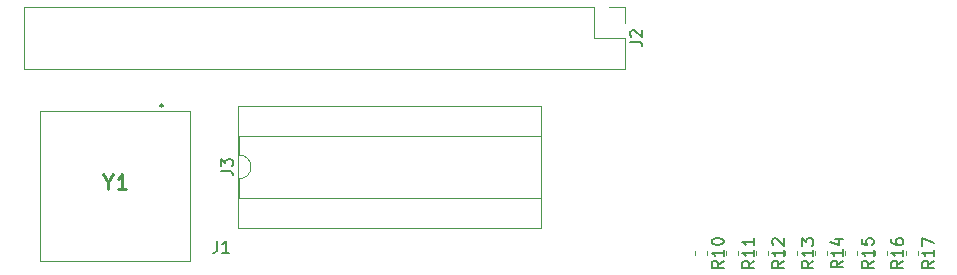
<source format=gbr>
G04 #@! TF.GenerationSoftware,KiCad,Pcbnew,(5.1.5)-3*
G04 #@! TF.CreationDate,2021-09-16T15:53:37+03:00*
G04 #@! TF.ProjectId,ISARPiv2,49534152-5069-4763-922e-6b696361645f,rev?*
G04 #@! TF.SameCoordinates,Original*
G04 #@! TF.FileFunction,Legend,Top*
G04 #@! TF.FilePolarity,Positive*
%FSLAX46Y46*%
G04 Gerber Fmt 4.6, Leading zero omitted, Abs format (unit mm)*
G04 Created by KiCad (PCBNEW (5.1.5)-3) date 2021-09-16 15:53:37*
%MOMM*%
%LPD*%
G04 APERTURE LIST*
%ADD10C,0.200000*%
%ADD11C,0.100000*%
%ADD12C,0.120000*%
%ADD13C,0.254000*%
%ADD14C,0.150000*%
G04 APERTURE END LIST*
D10*
X102000000Y-71000000D02*
G75*
G02X102200000Y-71000000I100000J0D01*
G01*
X102200000Y-71000000D02*
G75*
G02X102000000Y-71000000I-100000J0D01*
G01*
X102200000Y-71000000D02*
X102200000Y-71000000D01*
X102000000Y-71000000D02*
X102000000Y-71000000D01*
D11*
X104540000Y-71460000D02*
X104540000Y-84160000D01*
X91840000Y-71460000D02*
X104540000Y-71460000D01*
X91840000Y-84160000D02*
X91840000Y-71460000D01*
X104540000Y-84160000D02*
X91840000Y-84160000D01*
D12*
X108610000Y-71050000D02*
X108610000Y-81330000D01*
X134250000Y-71050000D02*
X108610000Y-71050000D01*
X134250000Y-81330000D02*
X134250000Y-71050000D01*
X108610000Y-81330000D02*
X134250000Y-81330000D01*
X108670000Y-73540000D02*
X108670000Y-75190000D01*
X134190000Y-73540000D02*
X108670000Y-73540000D01*
X134190000Y-78840000D02*
X134190000Y-73540000D01*
X108670000Y-78840000D02*
X134190000Y-78840000D01*
X108670000Y-77190000D02*
X108670000Y-78840000D01*
X108670000Y-75190000D02*
G75*
G02X108670000Y-77190000I0J-1000000D01*
G01*
X165090000Y-83337221D02*
X165090000Y-83662779D01*
X166110000Y-83337221D02*
X166110000Y-83662779D01*
X162490000Y-83337221D02*
X162490000Y-83662779D01*
X163510000Y-83337221D02*
X163510000Y-83662779D01*
X159990000Y-83337221D02*
X159990000Y-83662779D01*
X161010000Y-83337221D02*
X161010000Y-83662779D01*
X157390000Y-83324721D02*
X157390000Y-83650279D01*
X158410000Y-83324721D02*
X158410000Y-83650279D01*
X154890000Y-83337221D02*
X154890000Y-83662779D01*
X155910000Y-83337221D02*
X155910000Y-83662779D01*
X152390000Y-83337221D02*
X152390000Y-83662779D01*
X153410000Y-83337221D02*
X153410000Y-83662779D01*
X149890000Y-83337221D02*
X149890000Y-83662779D01*
X150910000Y-83337221D02*
X150910000Y-83662779D01*
X147290000Y-83337221D02*
X147290000Y-83662779D01*
X148310000Y-83337221D02*
X148310000Y-83662779D01*
X141330000Y-62670000D02*
X141330000Y-64000000D01*
X140000000Y-62670000D02*
X141330000Y-62670000D01*
X141330000Y-65270000D02*
X141330000Y-67870000D01*
X138730000Y-65270000D02*
X141330000Y-65270000D01*
X138730000Y-62670000D02*
X138730000Y-65270000D01*
X141330000Y-67870000D02*
X90410000Y-67870000D01*
X138730000Y-62670000D02*
X90410000Y-62670000D01*
X90410000Y-62670000D02*
X90410000Y-67870000D01*
D13*
X97585238Y-77499761D02*
X97585238Y-78104523D01*
X97161904Y-76834523D02*
X97585238Y-77499761D01*
X98008571Y-76834523D01*
X99097142Y-78104523D02*
X98371428Y-78104523D01*
X98734285Y-78104523D02*
X98734285Y-76834523D01*
X98613333Y-77015952D01*
X98492380Y-77136904D01*
X98371428Y-77197380D01*
D14*
X107122380Y-76523333D02*
X107836666Y-76523333D01*
X107979523Y-76570952D01*
X108074761Y-76666190D01*
X108122380Y-76809047D01*
X108122380Y-76904285D01*
X107122380Y-76142380D02*
X107122380Y-75523333D01*
X107503333Y-75856666D01*
X107503333Y-75713809D01*
X107550952Y-75618571D01*
X107598571Y-75570952D01*
X107693809Y-75523333D01*
X107931904Y-75523333D01*
X108027142Y-75570952D01*
X108074761Y-75618571D01*
X108122380Y-75713809D01*
X108122380Y-75999523D01*
X108074761Y-76094761D01*
X108027142Y-76142380D01*
X167482380Y-84142857D02*
X167006190Y-84476190D01*
X167482380Y-84714285D02*
X166482380Y-84714285D01*
X166482380Y-84333333D01*
X166530000Y-84238095D01*
X166577619Y-84190476D01*
X166672857Y-84142857D01*
X166815714Y-84142857D01*
X166910952Y-84190476D01*
X166958571Y-84238095D01*
X167006190Y-84333333D01*
X167006190Y-84714285D01*
X167482380Y-83190476D02*
X167482380Y-83761904D01*
X167482380Y-83476190D02*
X166482380Y-83476190D01*
X166625238Y-83571428D01*
X166720476Y-83666666D01*
X166768095Y-83761904D01*
X166482380Y-82857142D02*
X166482380Y-82190476D01*
X167482380Y-82619047D01*
X164882380Y-84142857D02*
X164406190Y-84476190D01*
X164882380Y-84714285D02*
X163882380Y-84714285D01*
X163882380Y-84333333D01*
X163930000Y-84238095D01*
X163977619Y-84190476D01*
X164072857Y-84142857D01*
X164215714Y-84142857D01*
X164310952Y-84190476D01*
X164358571Y-84238095D01*
X164406190Y-84333333D01*
X164406190Y-84714285D01*
X164882380Y-83190476D02*
X164882380Y-83761904D01*
X164882380Y-83476190D02*
X163882380Y-83476190D01*
X164025238Y-83571428D01*
X164120476Y-83666666D01*
X164168095Y-83761904D01*
X163882380Y-82333333D02*
X163882380Y-82523809D01*
X163930000Y-82619047D01*
X163977619Y-82666666D01*
X164120476Y-82761904D01*
X164310952Y-82809523D01*
X164691904Y-82809523D01*
X164787142Y-82761904D01*
X164834761Y-82714285D01*
X164882380Y-82619047D01*
X164882380Y-82428571D01*
X164834761Y-82333333D01*
X164787142Y-82285714D01*
X164691904Y-82238095D01*
X164453809Y-82238095D01*
X164358571Y-82285714D01*
X164310952Y-82333333D01*
X164263333Y-82428571D01*
X164263333Y-82619047D01*
X164310952Y-82714285D01*
X164358571Y-82761904D01*
X164453809Y-82809523D01*
X162382380Y-84142857D02*
X161906190Y-84476190D01*
X162382380Y-84714285D02*
X161382380Y-84714285D01*
X161382380Y-84333333D01*
X161430000Y-84238095D01*
X161477619Y-84190476D01*
X161572857Y-84142857D01*
X161715714Y-84142857D01*
X161810952Y-84190476D01*
X161858571Y-84238095D01*
X161906190Y-84333333D01*
X161906190Y-84714285D01*
X162382380Y-83190476D02*
X162382380Y-83761904D01*
X162382380Y-83476190D02*
X161382380Y-83476190D01*
X161525238Y-83571428D01*
X161620476Y-83666666D01*
X161668095Y-83761904D01*
X161382380Y-82285714D02*
X161382380Y-82761904D01*
X161858571Y-82809523D01*
X161810952Y-82761904D01*
X161763333Y-82666666D01*
X161763333Y-82428571D01*
X161810952Y-82333333D01*
X161858571Y-82285714D01*
X161953809Y-82238095D01*
X162191904Y-82238095D01*
X162287142Y-82285714D01*
X162334761Y-82333333D01*
X162382380Y-82428571D01*
X162382380Y-82666666D01*
X162334761Y-82761904D01*
X162287142Y-82809523D01*
X159782380Y-84130357D02*
X159306190Y-84463690D01*
X159782380Y-84701785D02*
X158782380Y-84701785D01*
X158782380Y-84320833D01*
X158830000Y-84225595D01*
X158877619Y-84177976D01*
X158972857Y-84130357D01*
X159115714Y-84130357D01*
X159210952Y-84177976D01*
X159258571Y-84225595D01*
X159306190Y-84320833D01*
X159306190Y-84701785D01*
X159782380Y-83177976D02*
X159782380Y-83749404D01*
X159782380Y-83463690D02*
X158782380Y-83463690D01*
X158925238Y-83558928D01*
X159020476Y-83654166D01*
X159068095Y-83749404D01*
X159115714Y-82320833D02*
X159782380Y-82320833D01*
X158734761Y-82558928D02*
X159449047Y-82797023D01*
X159449047Y-82177976D01*
X157282380Y-84142857D02*
X156806190Y-84476190D01*
X157282380Y-84714285D02*
X156282380Y-84714285D01*
X156282380Y-84333333D01*
X156330000Y-84238095D01*
X156377619Y-84190476D01*
X156472857Y-84142857D01*
X156615714Y-84142857D01*
X156710952Y-84190476D01*
X156758571Y-84238095D01*
X156806190Y-84333333D01*
X156806190Y-84714285D01*
X157282380Y-83190476D02*
X157282380Y-83761904D01*
X157282380Y-83476190D02*
X156282380Y-83476190D01*
X156425238Y-83571428D01*
X156520476Y-83666666D01*
X156568095Y-83761904D01*
X156282380Y-82857142D02*
X156282380Y-82238095D01*
X156663333Y-82571428D01*
X156663333Y-82428571D01*
X156710952Y-82333333D01*
X156758571Y-82285714D01*
X156853809Y-82238095D01*
X157091904Y-82238095D01*
X157187142Y-82285714D01*
X157234761Y-82333333D01*
X157282380Y-82428571D01*
X157282380Y-82714285D01*
X157234761Y-82809523D01*
X157187142Y-82857142D01*
X154782380Y-84142857D02*
X154306190Y-84476190D01*
X154782380Y-84714285D02*
X153782380Y-84714285D01*
X153782380Y-84333333D01*
X153830000Y-84238095D01*
X153877619Y-84190476D01*
X153972857Y-84142857D01*
X154115714Y-84142857D01*
X154210952Y-84190476D01*
X154258571Y-84238095D01*
X154306190Y-84333333D01*
X154306190Y-84714285D01*
X154782380Y-83190476D02*
X154782380Y-83761904D01*
X154782380Y-83476190D02*
X153782380Y-83476190D01*
X153925238Y-83571428D01*
X154020476Y-83666666D01*
X154068095Y-83761904D01*
X153877619Y-82809523D02*
X153830000Y-82761904D01*
X153782380Y-82666666D01*
X153782380Y-82428571D01*
X153830000Y-82333333D01*
X153877619Y-82285714D01*
X153972857Y-82238095D01*
X154068095Y-82238095D01*
X154210952Y-82285714D01*
X154782380Y-82857142D01*
X154782380Y-82238095D01*
X152282380Y-84142857D02*
X151806190Y-84476190D01*
X152282380Y-84714285D02*
X151282380Y-84714285D01*
X151282380Y-84333333D01*
X151330000Y-84238095D01*
X151377619Y-84190476D01*
X151472857Y-84142857D01*
X151615714Y-84142857D01*
X151710952Y-84190476D01*
X151758571Y-84238095D01*
X151806190Y-84333333D01*
X151806190Y-84714285D01*
X152282380Y-83190476D02*
X152282380Y-83761904D01*
X152282380Y-83476190D02*
X151282380Y-83476190D01*
X151425238Y-83571428D01*
X151520476Y-83666666D01*
X151568095Y-83761904D01*
X152282380Y-82238095D02*
X152282380Y-82809523D01*
X152282380Y-82523809D02*
X151282380Y-82523809D01*
X151425238Y-82619047D01*
X151520476Y-82714285D01*
X151568095Y-82809523D01*
X149682380Y-84142857D02*
X149206190Y-84476190D01*
X149682380Y-84714285D02*
X148682380Y-84714285D01*
X148682380Y-84333333D01*
X148730000Y-84238095D01*
X148777619Y-84190476D01*
X148872857Y-84142857D01*
X149015714Y-84142857D01*
X149110952Y-84190476D01*
X149158571Y-84238095D01*
X149206190Y-84333333D01*
X149206190Y-84714285D01*
X149682380Y-83190476D02*
X149682380Y-83761904D01*
X149682380Y-83476190D02*
X148682380Y-83476190D01*
X148825238Y-83571428D01*
X148920476Y-83666666D01*
X148968095Y-83761904D01*
X148682380Y-82571428D02*
X148682380Y-82476190D01*
X148730000Y-82380952D01*
X148777619Y-82333333D01*
X148872857Y-82285714D01*
X149063333Y-82238095D01*
X149301428Y-82238095D01*
X149491904Y-82285714D01*
X149587142Y-82333333D01*
X149634761Y-82380952D01*
X149682380Y-82476190D01*
X149682380Y-82571428D01*
X149634761Y-82666666D01*
X149587142Y-82714285D01*
X149491904Y-82761904D01*
X149301428Y-82809523D01*
X149063333Y-82809523D01*
X148872857Y-82761904D01*
X148777619Y-82714285D01*
X148730000Y-82666666D01*
X148682380Y-82571428D01*
X141782380Y-65603333D02*
X142496666Y-65603333D01*
X142639523Y-65650952D01*
X142734761Y-65746190D01*
X142782380Y-65889047D01*
X142782380Y-65984285D01*
X141877619Y-65174761D02*
X141830000Y-65127142D01*
X141782380Y-65031904D01*
X141782380Y-64793809D01*
X141830000Y-64698571D01*
X141877619Y-64650952D01*
X141972857Y-64603333D01*
X142068095Y-64603333D01*
X142210952Y-64650952D01*
X142782380Y-65222380D01*
X142782380Y-64603333D01*
X106806666Y-82467380D02*
X106806666Y-83181666D01*
X106759047Y-83324523D01*
X106663809Y-83419761D01*
X106520952Y-83467380D01*
X106425714Y-83467380D01*
X107806666Y-83467380D02*
X107235238Y-83467380D01*
X107520952Y-83467380D02*
X107520952Y-82467380D01*
X107425714Y-82610238D01*
X107330476Y-82705476D01*
X107235238Y-82753095D01*
M02*

</source>
